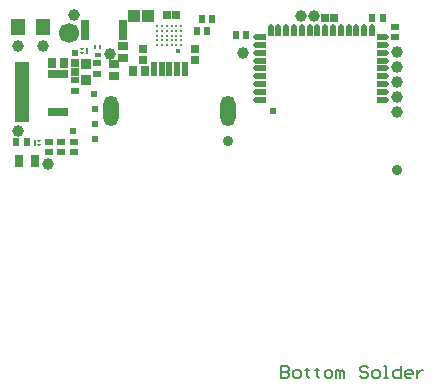
<source format=gbr>
G04 Layer_Color=16711935*
%FSLAX45Y45*%
%MOMM*%
%TF.FileFunction,Soldermask,Bot*%
%TF.Part,Single*%
%TFFileComment,The blind Vias under BGA and Other Pads are Via-In-Pad (VIP)*%
G01*
G75*
%TA.AperFunction,SMDPad,CuDef*%
%ADD16C,1.00000*%
%TA.AperFunction,NonConductor*%
%ADD39C,0.15000*%
%TA.AperFunction,ComponentPad*%
%ADD42C,1.00000*%
%TA.AperFunction,ViaPad*%
%ADD48C,0.45000*%
%TA.AperFunction,NonConductor*%
%ADD97R,1.19796X5.09418*%
%TA.AperFunction,SMDPad,CuDef*%
%ADD98R,0.82000X0.72000*%
%ADD99R,0.57000X1.19000*%
%TA.AperFunction,SMDPad,SMDef*%
G04:AMPARAMS|DCode=100|XSize=0.145mm|YSize=0.55mm|CornerRadius=0.02375mm|HoleSize=0mm|Usage=FLASHONLY|Rotation=0.000|XOffset=0mm|YOffset=0mm|HoleType=Round|Shape=RoundedRectangle|*
%AMROUNDEDRECTD100*
21,1,0.14500,0.50250,0,0,0.0*
21,1,0.09750,0.55000,0,0,0.0*
1,1,0.04750,0.04875,-0.25125*
1,1,0.04750,-0.04875,-0.25125*
1,1,0.04750,-0.04875,0.25125*
1,1,0.04750,0.04875,0.25125*
%
%ADD100ROUNDEDRECTD100*%
G04:AMPARAMS|DCode=101|XSize=0.15mm|YSize=0.3mm|CornerRadius=0.025mm|HoleSize=0mm|Usage=FLASHONLY|Rotation=270.000|XOffset=0mm|YOffset=0mm|HoleType=Round|Shape=RoundedRectangle|*
%AMROUNDEDRECTD101*
21,1,0.15000,0.25000,0,0,270.0*
21,1,0.10000,0.30000,0,0,270.0*
1,1,0.05000,-0.12500,-0.05000*
1,1,0.05000,-0.12500,0.05000*
1,1,0.05000,0.12500,0.05000*
1,1,0.05000,0.12500,-0.05000*
%
%ADD101ROUNDEDRECTD101*%
%TA.AperFunction,SMDPad,CuDef*%
%ADD102R,0.24000X0.33000*%
G04:AMPARAMS|DCode=103|XSize=0.24mm|YSize=0.33mm|CornerRadius=0.08mm|HoleSize=0mm|Usage=FLASHONLY|Rotation=180.000|XOffset=0mm|YOffset=0mm|HoleType=Round|Shape=RoundedRectangle|*
%AMROUNDEDRECTD103*
21,1,0.24000,0.17000,0,0,180.0*
21,1,0.08000,0.33000,0,0,180.0*
1,1,0.16000,-0.04000,0.08500*
1,1,0.16000,0.04000,0.08500*
1,1,0.16000,0.04000,-0.08500*
1,1,0.16000,-0.04000,-0.08500*
%
%ADD103ROUNDEDRECTD103*%
G04:AMPARAMS|DCode=104|XSize=0.33mm|YSize=0.58mm|CornerRadius=0.1025mm|HoleSize=0mm|Usage=FLASHONLY|Rotation=270.000|XOffset=0mm|YOffset=0mm|HoleType=Round|Shape=RoundedRectangle|*
%AMROUNDEDRECTD104*
21,1,0.33000,0.37500,0,0,270.0*
21,1,0.12500,0.58000,0,0,270.0*
1,1,0.20500,-0.18750,-0.06250*
1,1,0.20500,-0.18750,0.06250*
1,1,0.20500,0.18750,0.06250*
1,1,0.20500,0.18750,-0.06250*
%
%ADD104ROUNDEDRECTD104*%
%ADD105C,0.91400*%
%ADD106R,0.70000X1.00000*%
%ADD107R,1.20000X1.45000*%
%ADD108R,1.30000X1.45000*%
%ADD109R,0.80000X0.70000*%
%ADD110R,0.72000X0.82000*%
%TA.AperFunction,BGAPad,SMDef*%
%ADD111C,0.21000*%
%TA.AperFunction,BGAPad,CuDef*%
%ADD112C,0.50800*%
%TA.AperFunction,SMDPad,CuDef*%
%ADD113R,0.83820X0.50800*%
%ADD114R,0.88900X0.50800*%
%ADD115R,0.50800X0.88900*%
%ADD116R,0.56000X0.76000*%
%ADD117R,0.76000X0.56000*%
%ADD118R,0.92200X0.92200*%
%ADD119R,0.68000X0.64000*%
%ADD120R,0.64000X0.68000*%
%ADD121R,1.66000X0.71000*%
%ADD122R,0.71000X1.66000*%
%ADD123R,1.01000X1.06000*%
%TA.AperFunction,ComponentPad*%
%ADD124O,1.30000X2.60000*%
%TA.AperFunction,ViaPad*%
%ADD125C,1.70000*%
%ADD126C,0.60100*%
D16*
X2078940Y141330D02*
D03*
X-179371Y-1108614D02*
D03*
X-219371Y-108614D02*
D03*
X-429371D02*
D03*
X1475320Y-169630D02*
D03*
X350629Y-178614D02*
D03*
X-429371Y-828614D02*
D03*
X48449Y147676D02*
D03*
X1965460Y141330D02*
D03*
D39*
X1799430Y-2822042D02*
Y-2922009D01*
X1849414D01*
X1866076Y-2905348D01*
Y-2888687D01*
X1849414Y-2872025D01*
X1799430D01*
X1849414D01*
X1866076Y-2855364D01*
Y-2838703D01*
X1849414Y-2822042D01*
X1799430D01*
X1916060Y-2922009D02*
X1949382D01*
X1966043Y-2905348D01*
Y-2872025D01*
X1949382Y-2855364D01*
X1916060D01*
X1899398Y-2872025D01*
Y-2905348D01*
X1916060Y-2922009D01*
X2016027Y-2838703D02*
Y-2855364D01*
X1999366D01*
X2032689D01*
X2016027D01*
Y-2905348D01*
X2032689Y-2922009D01*
X2099334Y-2838703D02*
Y-2855364D01*
X2082672D01*
X2115995D01*
X2099334D01*
Y-2905348D01*
X2115995Y-2922009D01*
X2182640D02*
X2215963D01*
X2232624Y-2905348D01*
Y-2872025D01*
X2215963Y-2855364D01*
X2182640D01*
X2165979Y-2872025D01*
Y-2905348D01*
X2182640Y-2922009D01*
X2265947D02*
Y-2855364D01*
X2282608D01*
X2299269Y-2872025D01*
Y-2922009D01*
Y-2872025D01*
X2315931Y-2855364D01*
X2332592Y-2872025D01*
Y-2922009D01*
X2532527Y-2838703D02*
X2515866Y-2822042D01*
X2482544D01*
X2465882Y-2838703D01*
Y-2855364D01*
X2482544Y-2872025D01*
X2515866D01*
X2532527Y-2888687D01*
Y-2905348D01*
X2515866Y-2922009D01*
X2482544D01*
X2465882Y-2905348D01*
X2582511Y-2922009D02*
X2615834D01*
X2632495Y-2905348D01*
Y-2872025D01*
X2615834Y-2855364D01*
X2582511D01*
X2565850Y-2872025D01*
Y-2905348D01*
X2582511Y-2922009D01*
X2665818D02*
X2699140D01*
X2682479D01*
Y-2822042D01*
X2665818D01*
X2815769D02*
Y-2922009D01*
X2765786D01*
X2749124Y-2905348D01*
Y-2872025D01*
X2765786Y-2855364D01*
X2815769D01*
X2899076Y-2922009D02*
X2865753D01*
X2849092Y-2905348D01*
Y-2872025D01*
X2865753Y-2855364D01*
X2899076D01*
X2915737Y-2872025D01*
Y-2888687D01*
X2849092D01*
X2949060Y-2855364D02*
Y-2922009D01*
Y-2888687D01*
X2965721Y-2872025D01*
X2982382Y-2855364D01*
X2999044D01*
D42*
X2775565Y-167145D02*
D03*
Y-294145D02*
D03*
Y-421145D02*
D03*
Y-548145D02*
D03*
Y-675145D02*
D03*
D48*
X928162Y-155602D02*
D03*
D97*
X-392998Y-504090D02*
D03*
D98*
X384900Y-365900D02*
D03*
Y-263900D02*
D03*
X463629Y-108614D02*
D03*
Y-210614D02*
D03*
D99*
X850631Y-305609D02*
D03*
X785630D02*
D03*
X915631D02*
D03*
X980631D02*
D03*
X720631D02*
D03*
D100*
X150919Y-155054D02*
D03*
X-289371Y-931114D02*
D03*
D101*
X110919Y-137554D02*
D03*
Y-172554D02*
D03*
X-249371Y-913614D02*
D03*
Y-948614D02*
D03*
D102*
X226289Y-120554D02*
D03*
D103*
X261289D02*
D03*
D104*
X243789Y-185554D02*
D03*
D105*
X1350631Y-918610D02*
D03*
X2775627Y-1158614D02*
D03*
D106*
X-416871Y-1084615D02*
D03*
X-281871D02*
D03*
D107*
X-219371Y50386D02*
D03*
D108*
X-429371D02*
D03*
D109*
X1070789Y-133644D02*
D03*
Y-233644D02*
D03*
X625629Y-133614D02*
D03*
Y-233614D02*
D03*
D110*
X-140371Y-258614D02*
D03*
X-38371D02*
D03*
X646629Y-323614D02*
D03*
X544629D02*
D03*
D111*
X910629Y-23614D02*
D03*
Y16386D02*
D03*
X870629D02*
D03*
X830629D02*
D03*
X950629Y-63614D02*
D03*
X910629D02*
D03*
X870629D02*
D03*
X830629D02*
D03*
X790629D02*
D03*
Y-23614D02*
D03*
Y16386D02*
D03*
X750629Y56386D02*
D03*
Y16386D02*
D03*
Y-23614D02*
D03*
Y-103614D02*
D03*
X790629Y56386D02*
D03*
Y-103614D02*
D03*
X830629Y56386D02*
D03*
Y-23614D02*
D03*
Y-103614D02*
D03*
X870629Y56386D02*
D03*
Y-23614D02*
D03*
Y-103614D02*
D03*
X910629Y56386D02*
D03*
Y-103614D02*
D03*
X950629Y56386D02*
D03*
Y16386D02*
D03*
Y-23614D02*
D03*
Y-103614D02*
D03*
X750629Y-63614D02*
D03*
D112*
X1589609Y-37694D02*
D03*
Y-103734D02*
D03*
Y-169774D02*
D03*
Y-235814D02*
D03*
Y-301854D02*
D03*
Y-367894D02*
D03*
Y-433934D02*
D03*
Y-499974D02*
D03*
Y-566014D02*
D03*
X2689429D02*
D03*
Y-499974D02*
D03*
Y-433934D02*
D03*
Y-367894D02*
D03*
Y-301854D02*
D03*
Y-235814D02*
D03*
Y-169774D02*
D03*
Y-103734D02*
D03*
Y-37694D02*
D03*
X2567509Y51206D02*
D03*
X2501469D02*
D03*
X2435429D02*
D03*
X2369389D02*
D03*
X2303349D02*
D03*
X2237309D02*
D03*
X2171269D02*
D03*
X2105229D02*
D03*
X2039189D02*
D03*
X1973149D02*
D03*
X1907109D02*
D03*
X1841069D02*
D03*
X1775029D02*
D03*
X1708989D02*
D03*
D113*
X1626439Y-37694D02*
D03*
X2652599D02*
D03*
D114*
X1628979Y-103734D02*
D03*
Y-169774D02*
D03*
Y-235814D02*
D03*
Y-301854D02*
D03*
Y-367894D02*
D03*
Y-433934D02*
D03*
Y-499974D02*
D03*
Y-566014D02*
D03*
X2650059D02*
D03*
Y-499974D02*
D03*
Y-433934D02*
D03*
Y-367894D02*
D03*
Y-301854D02*
D03*
Y-235814D02*
D03*
Y-169774D02*
D03*
Y-103734D02*
D03*
D115*
X2567509Y11836D02*
D03*
X2501469D02*
D03*
X2435429D02*
D03*
X2369389D02*
D03*
X2303349D02*
D03*
X2237309D02*
D03*
X2171269D02*
D03*
X2105229D02*
D03*
X2039189D02*
D03*
X1973149D02*
D03*
X1907109D02*
D03*
X1841069D02*
D03*
X1775029D02*
D03*
X1708989D02*
D03*
D116*
X1082629Y16386D02*
D03*
X1172629D02*
D03*
X1216629Y120386D02*
D03*
X1126629D02*
D03*
X2567459Y128876D02*
D03*
X2657459D02*
D03*
X1501969Y-18684D02*
D03*
X1411968D02*
D03*
X-354371Y-928614D02*
D03*
X-444371D02*
D03*
D117*
X42370Y-923614D02*
D03*
Y-1013614D02*
D03*
X-63501D02*
D03*
Y-923614D02*
D03*
X2765009Y52426D02*
D03*
Y-37574D02*
D03*
X55629Y-489954D02*
D03*
Y-399954D02*
D03*
X240429Y-347234D02*
D03*
Y-257234D02*
D03*
X-169371Y-923614D02*
D03*
Y-1013614D02*
D03*
D118*
X149919Y-262514D02*
D03*
Y-402214D02*
D03*
D119*
X909629Y151386D02*
D03*
X831629D02*
D03*
X2249039Y123876D02*
D03*
X2171039D02*
D03*
D120*
X55629Y-253584D02*
D03*
Y-331584D02*
D03*
D121*
X-94566Y-347114D02*
D03*
Y-672114D02*
D03*
D122*
X138129Y26386D02*
D03*
X463129D02*
D03*
D123*
X675289Y141666D02*
D03*
X555289D02*
D03*
D124*
X1344631Y-663610D02*
D03*
X356630D02*
D03*
D125*
X0Y0D02*
D03*
D126*
X1733617Y-660702D02*
D03*
X220629Y-773614D02*
D03*
X-429371Y-108614D02*
D03*
X217833Y-520818D02*
D03*
X220629Y-898614D02*
D03*
Y-648614D02*
D03*
X39884Y-830861D02*
D03*
X55657Y-173150D02*
D03*
%TF.MD5,9ea5afecc4fa35ec77480586aa7a30ac*%
M02*

</source>
